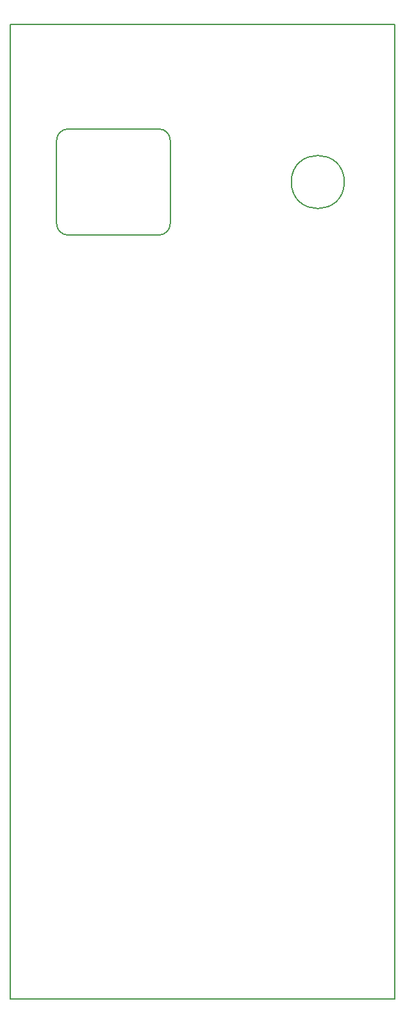
<source format=gbr>
%TF.GenerationSoftware,KiCad,Pcbnew,7.0.6*%
%TF.CreationDate,2023-10-15T17:55:57+01:00*%
%TF.ProjectId,DSP 1.1,44535020-312e-4312-9e6b-696361645f70,rev?*%
%TF.SameCoordinates,Original*%
%TF.FileFunction,Profile,NP*%
%FSLAX46Y46*%
G04 Gerber Fmt 4.6, Leading zero omitted, Abs format (unit mm)*
G04 Created by KiCad (PCBNEW 7.0.6) date 2023-10-15 17:55:57*
%MOMM*%
%LPD*%
G01*
G04 APERTURE LIST*
%TA.AperFunction,Profile*%
%ADD10C,0.200000*%
%TD*%
%TA.AperFunction,Profile*%
%ADD11C,0.150000*%
%TD*%
G04 APERTURE END LIST*
D10*
X14591600Y-162702800D02*
X14591600Y-151702800D01*
D11*
X-6548200Y-264954800D02*
X-6548200Y-136454800D01*
X-6548200Y-136454800D02*
X44251800Y-136454800D01*
X-6548200Y-264954800D02*
X44251800Y-264954800D01*
X44251800Y-264954800D02*
X44251800Y-136454800D01*
D10*
X14591600Y-151702800D02*
G75*
G03*
X13091600Y-150202800I-1500000J0D01*
G01*
X1091600Y-150202800D02*
G75*
G03*
X-408400Y-151702800I0J-1500000D01*
G01*
X13091600Y-150202800D02*
X1091600Y-150202800D01*
X1091600Y-164202800D02*
X13091600Y-164202800D01*
X37591600Y-157202800D02*
G75*
G03*
X37591600Y-157202800I-3500000J0D01*
G01*
X-408400Y-162702800D02*
G75*
G03*
X1091600Y-164202800I1500000J0D01*
G01*
X-408400Y-151702800D02*
X-408400Y-162702800D01*
X13091600Y-164202800D02*
G75*
G03*
X14591600Y-162702800I0J1500000D01*
G01*
M02*

</source>
